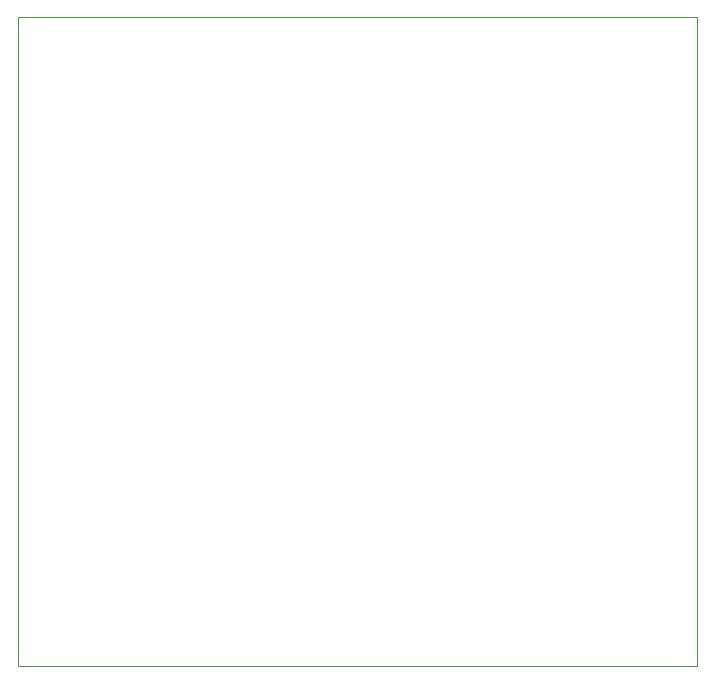
<source format=gbr>
%TF.GenerationSoftware,KiCad,Pcbnew,7.0.7*%
%TF.CreationDate,2023-09-17T16:53:54-03:00*%
%TF.ProjectId,nihon_lamp,6e69686f-6e5f-46c6-916d-702e6b696361,rev?*%
%TF.SameCoordinates,Original*%
%TF.FileFunction,Profile,NP*%
%FSLAX46Y46*%
G04 Gerber Fmt 4.6, Leading zero omitted, Abs format (unit mm)*
G04 Created by KiCad (PCBNEW 7.0.7) date 2023-09-17 16:53:54*
%MOMM*%
%LPD*%
G01*
G04 APERTURE LIST*
%TA.AperFunction,Profile*%
%ADD10C,0.100000*%
%TD*%
G04 APERTURE END LIST*
D10*
X95000000Y-70000000D02*
X152500000Y-70000000D01*
X152500000Y-125000000D01*
X95000000Y-125000000D01*
X95000000Y-70000000D01*
M02*

</source>
